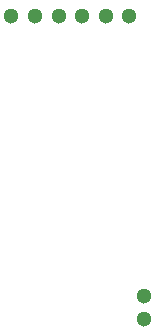
<source format=gbs>
%FSLAX45Y45*%
G04 Gerber Fmt 4.5, Leading zero omitted, Abs format (unit mm)*
G04 Created by KiCad (PCBNEW (2014-09-17 BZR 5140)-product) date Sun 28 Sep 2014 11:54:50 PM EDT*
%MOMM*%
G01*
G04 APERTURE LIST*
%ADD10C,0.100000*%
%ADD11C,1.300000*%
G04 APERTURE END LIST*
D10*
D11*
X17130000Y-9710000D03*
X17130000Y-9910000D03*
X16410000Y-7340000D03*
X16210000Y-7340000D03*
X16010000Y-7340000D03*
X16610000Y-7340000D03*
X16810000Y-7340000D03*
X17010000Y-7340000D03*
M02*

</source>
